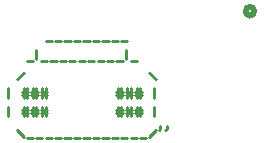
<source format=gbo>
G04*
G04 #@! TF.GenerationSoftware,Altium Limited,Altium Designer,22.4.2 (48)*
G04*
G04 Layer_Color=32896*
%FSLAX25Y25*%
%MOIN*%
G70*
G04*
G04 #@! TF.SameCoordinates,A7B2FA79-C280-4DBA-8CE8-1A1C5EA3F58B*
G04*
G04*
G04 #@! TF.FilePolarity,Positive*
G04*
G01*
G75*
%ADD11C,0.02000*%
%ADD14C,0.01000*%
D11*
X-2811Y-50197D02*
G03*
X-2811Y-50197I-1500J0D01*
G01*
D14*
X-72432Y-60038D02*
X-70333D01*
X-69284D02*
X-67185D01*
X-66135D02*
X-64036D01*
X-62986D02*
X-60887D01*
X-59838D02*
X-57739D01*
X-56689D02*
X-54590D01*
X-53541D02*
X-51442D01*
X-50392D02*
X-48293D01*
X-47244D02*
X-45145D01*
X-78729Y-66741D02*
X-76630D01*
X-75581Y-63068D02*
Y-66216D01*
X-74007Y-66741D02*
X-71908D01*
X-70858D02*
X-68759D01*
X-67709D02*
X-65610D01*
X-64561D02*
X-62462D01*
X-61412D02*
X-59313D01*
X-58264D02*
X-56165D01*
X-55115D02*
X-53016D01*
X-51967D02*
X-49867D01*
X-48818D02*
X-46719D01*
X-45669Y-63068D02*
Y-66216D01*
X-44095Y-66741D02*
X-41996D01*
X-81878Y-72919D02*
X-79779Y-70820D01*
X-35699Y-72919D02*
X-37798Y-70820D01*
X-85027Y-75949D02*
Y-79098D01*
X-79779D02*
Y-75949D01*
X-78729D02*
Y-79098D01*
X-80304Y-76999D02*
X-78729D01*
X-78205D01*
X-80304Y-78048D02*
X-78205D01*
X-76630Y-79098D02*
Y-75949D01*
X-75581D02*
Y-79098D01*
X-77155Y-76999D02*
X-75581D01*
X-75056D01*
X-77155Y-78048D02*
X-75056D01*
X-73482Y-79098D02*
Y-75949D01*
X-72432D02*
Y-79098D01*
X-74007Y-76999D02*
X-72432D01*
X-71908D01*
X-74007Y-78048D02*
X-71908D01*
X-48293Y-79098D02*
Y-75949D01*
X-47244D02*
Y-79098D01*
X-48818Y-76999D02*
X-47244D01*
X-46719D01*
X-48818Y-78048D02*
X-46719D01*
X-45145Y-79098D02*
Y-75949D01*
X-44095D02*
Y-79098D01*
X-45669Y-76999D02*
X-44095D01*
X-43570D01*
X-45669Y-78048D02*
X-43570D01*
X-41996Y-79098D02*
Y-75949D01*
X-40946D02*
Y-79098D01*
X-42521Y-76999D02*
X-40946D01*
X-40422D01*
X-42521Y-78048D02*
X-40422D01*
X-36224Y-75949D02*
Y-79098D01*
X-85027Y-82127D02*
Y-85276D01*
X-79779D02*
Y-82127D01*
X-78729D02*
Y-85276D01*
X-80304Y-83177D02*
X-78729D01*
X-78205D01*
X-80304Y-84227D02*
X-78205D01*
X-76630Y-85276D02*
Y-82127D01*
X-75581D02*
Y-85276D01*
X-77155Y-83177D02*
X-75581D01*
X-75056D01*
X-77155Y-84227D02*
X-75056D01*
X-73482Y-85276D02*
Y-82127D01*
X-72432D02*
Y-85276D01*
X-74007Y-83177D02*
X-72432D01*
X-71908D01*
X-74007Y-84227D02*
X-71908D01*
X-48293Y-85276D02*
Y-82127D01*
X-47244D02*
Y-85276D01*
X-48818Y-83177D02*
X-47244D01*
X-46719D01*
X-48818Y-84227D02*
X-46719D01*
X-45145Y-85276D02*
Y-82127D01*
X-44095D02*
Y-85276D01*
X-45669Y-83177D02*
X-44095D01*
X-43570D01*
X-45669Y-84227D02*
X-43570D01*
X-41996Y-85276D02*
Y-82127D01*
X-40946D02*
Y-85276D01*
X-42521Y-83177D02*
X-40946D01*
X-40422D01*
X-42521Y-84227D02*
X-40422D01*
X-36224Y-82127D02*
Y-85276D01*
X-79779Y-91979D02*
X-81878Y-89880D01*
X-78729Y-92504D02*
X-76630D01*
X-75581D02*
X-73482D01*
X-72432D02*
X-70333D01*
X-69284D02*
X-67185D01*
X-66135D02*
X-64036D01*
X-62986D02*
X-60887D01*
X-59838D02*
X-57739D01*
X-56689D02*
X-54590D01*
X-53541D02*
X-51442D01*
X-50392D02*
X-48293D01*
X-47244D02*
X-45145D01*
X-44095D02*
X-41996D01*
X-40946D02*
X-38847D01*
X-37798Y-91979D02*
X-35699Y-89880D01*
X-34124Y-88306D02*
Y-89355D01*
X-34649Y-89880D01*
X-32025Y-88306D02*
Y-89355D01*
X-32550Y-89880D01*
M02*

</source>
